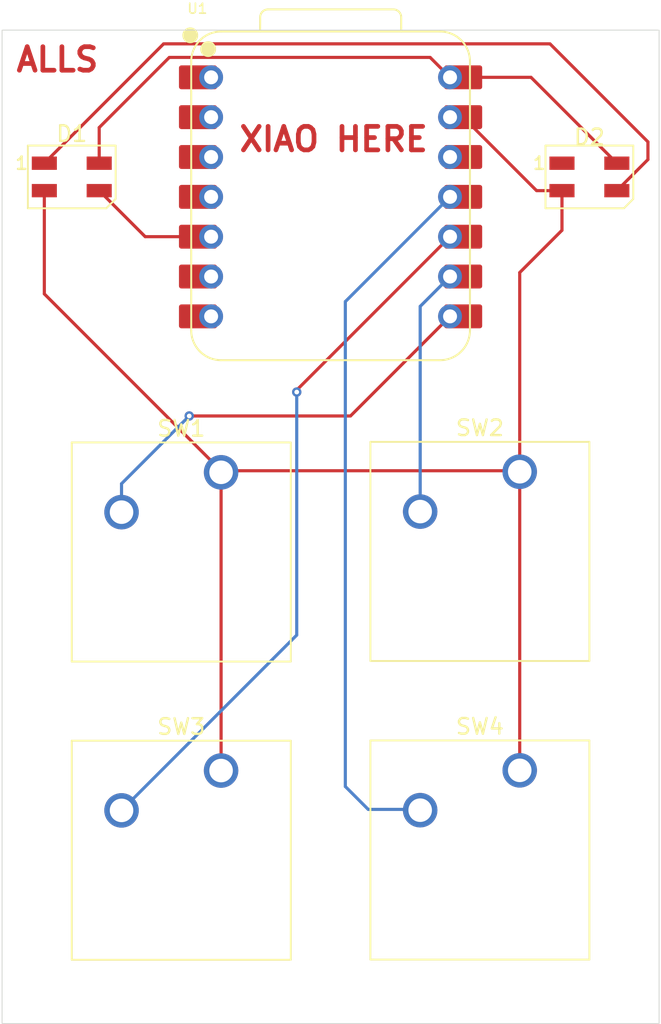
<source format=kicad_pcb>
(kicad_pcb (version 20241229) (generator "pcbnew") (generator_version "9.0")
  (title_block (title "Hackpad") (date "2025-12-08") (rev "A"))
  (layers (0 "F.Cu" signal) (2 "B.Cu" signal) (13 "F.Paste" user) (15 "B.Paste" user) (5 "F.SilkS" user "F.Silkscreen") (7 "B.SilkS" user "B.Silkscreen") (1 "F.Mask" user) (3 "B.Mask" user) (25 "Edge.Cuts" user))
  (net 0 "")
  (net 1 "+5V")
  (net 2 "GND")
  (net 3 "Net-(D1-DIN)")
  (net 4 "Net-(D1-DOUT)")
  (net 6 "Net-(U1-GPIO1{slash}RX)")
  (net 7 "Net-(U1-GPIO2{slash}SCK)")
  (net 8 "Net-(U1-GPIO4{slash}MISO)")
  (net 9 "Net-(U1-GPIO3{slash}MOSI)")
  (footprint "Button_Switch_Keyboard:SW_Cherry_MX_1.00u_PCB" (layer "F.Cu") (at 163.83 115.62)
    (property "Reference" "SW4" (at -2.54 -2.794 0) (layer "F.SilkS"))
    (property "Value" "SW_Push")
    (fp_line (start -9.525 -1.905) (end 4.445 -1.905) (stroke (width 0.12)) (layer "F.SilkS"))
    (fp_line (start -9.525 12.065) (end -9.525 -1.905) (stroke (width 0.12)) (layer "F.SilkS"))
    (fp_line (start 4.445 -1.905) (end 4.445 12.065) (stroke (width 0.12)) (layer "F.SilkS"))
    (fp_line (start 4.445 12.065) (end -9.525 12.065) (stroke (width 0.12)) (layer "F.SilkS"))
    (pad "" np_thru_hole circle (at -7.62 5.08) (size 1.7 1.7) (drill 1.7) (layers "*.Cu" "*.Mask"))
    (pad "" np_thru_hole circle (at -2.54 5.08) (size 4 4) (drill 4) (layers "*.Cu" "*.Mask"))
    (pad "" np_thru_hole circle (at 2.54 5.08) (size 1.7 1.7) (drill 1.7) (layers "*.Cu" "*.Mask"))
    (pad "1" thru_hole circle (at 0 0) (size 2.2 2.2) (drill 1.5) (layers "*.Cu" "*.Mask") (net 2 "GND"))
    (pad "2" thru_hole circle (at -6.35 2.54) (size 2.2 2.2) (drill 1.5) (layers "*.Cu" "*.Mask") (net 9 "Net-(U1-GPIO3{slash}MOSI)"))
  )
  (footprint "LED_SMD:LED_SK6812MINI_PLCC4_3.5x3.5mm_P1.75mm" (layer "F.Cu") (at 135.255 77.7875)
    (property "Reference" "D1" (at 0 -2.75 0) (layer "F.SilkS"))
    (property "Value" "SK6812MINI")
    (fp_line (start -2.8 -2) (end -2.8 2) (stroke (width 0.12)) (layer "F.SilkS"))
    (fp_line (start -2.8 -2) (end 2.8 -2) (stroke (width 0.12)) (layer "F.SilkS"))
    (fp_line (start -2.8 2) (end 2.2 2) (stroke (width 0.12)) (layer "F.SilkS"))
    (fp_line (start 2.8 1.4) (end 2.2 2) (stroke (width 0.12)) (layer "F.SilkS"))
    (fp_line (start 2.8 1.4) (end 2.8 -2) (stroke (width 0.12)) (layer "F.SilkS"))
    (fp_text user "1" (at -3.2 -0.875 0) (layer "F.SilkS") (effects (font (size 0.8 0.8))))
    (pad "1" smd rect (at -1.75 -0.875) (size 1.6 0.85) (layers "F.Cu" "F.Mask" "F.Paste") (net 4 "Net-(D1-DOUT)"))
    (pad "2" smd rect (at -1.75 0.875) (size 1.6 0.85) (layers "F.Cu" "F.Mask" "F.Paste") (net 2 "GND"))
    (pad "3" smd rect (at 1.75 0.875) (size 1.6 0.85) (layers "F.Cu" "F.Mask" "F.Paste") (net 3 "Net-(D1-DIN)"))
    (pad "4" smd rect (at 1.75 -0.875) (size 1.6 0.85) (layers "F.Cu" "F.Mask" "F.Paste") (net 1 "+5V"))
  )
  (footprint "Button_Switch_Keyboard:SW_Cherry_MX_1.00u_PCB" (layer "F.Cu") (at 163.83 96.5835)
    (property "Reference" "SW2" (at -2.54 -2.794 0) (layer "F.SilkS"))
    (property "Value" "SW_Push")
    (fp_line (start -9.525 -1.905) (end 4.445 -1.905) (stroke (width 0.12)) (layer "F.SilkS"))
    (fp_line (start -9.525 12.065) (end -9.525 -1.905) (stroke (width 0.12)) (layer "F.SilkS"))
    (fp_line (start 4.445 -1.905) (end 4.445 12.065) (stroke (width 0.12)) (layer "F.SilkS"))
    (fp_line (start 4.445 12.065) (end -9.525 12.065) (stroke (width 0.12)) (layer "F.SilkS"))
    (pad "" np_thru_hole circle (at -7.62 5.08) (size 1.7 1.7) (drill 1.7) (layers "*.Cu" "*.Mask"))
    (pad "" np_thru_hole circle (at -2.54 5.08) (size 4 4) (drill 4) (layers "*.Cu" "*.Mask"))
    (pad "" np_thru_hole circle (at 2.54 5.08) (size 1.7 1.7) (drill 1.7) (layers "*.Cu" "*.Mask"))
    (pad "1" thru_hole circle (at 0 0) (size 2.2 2.2) (drill 1.5) (layers "*.Cu" "*.Mask") (net 2 "GND"))
    (pad "2" thru_hole circle (at -6.35 2.54) (size 2.2 2.2) (drill 1.5) (layers "*.Cu" "*.Mask") (net 7 "Net-(U1-GPIO2{slash}SCK)"))
  )
  (footprint "OPL:XIAO-RP2040-DIP" (layer "F.Cu") (at 151.765 79.0575)
    (property "Reference" "U1" (at -8.5 -12 0) (layer "F.SilkS") (effects (font (size 0.635 0.635) (thickness 0.1016))))
    (property "Value" "XIAO-RP2040-DIP")
    (fp_line (start -8.89 8.509) (end -8.89 -8.636) (stroke (width 0.127)) (layer "F.SilkS"))
    (fp_line (start -6.985 10.414) (end 6.985 10.414) (stroke (width 0.127)) (layer "F.SilkS"))
    (fp_line (start -4.495 -10.541) (end -4.491272 -11.451272) (stroke (width 0.127)) (layer "F.SilkS"))
    (fp_line (start -3.991272 -11.951) (end 4.004 -11.951) (stroke (width 0.127)) (layer "F.SilkS"))
    (fp_line (start 4.504 -11.451) (end 4.504 -10.541) (stroke (width 0.127)) (layer "F.SilkS"))
    (fp_line (start 6.985 -10.541) (end -6.985 -10.541) (stroke (width 0.1)) (layer "F.SilkS"))
    (fp_line (start 6.985 -10.541) (end -6.985 -10.541) (stroke (width 0.127)) (layer "F.SilkS"))
    (fp_line (start 8.89 8.509) (end 8.89 -8.636) (stroke (width 0.127)) (layer "F.SilkS"))
    (fp_arc (start -8.89 -8.636) (mid -8.332038 -9.983038) (end -6.985 -10.541) (stroke (width 0.127)) (layer "F.SilkS"))
    (fp_arc (start -6.985 10.414) (mid -8.332038 9.856038) (end -8.89 8.509) (stroke (width 0.127)) (layer "F.SilkS"))
    (fp_arc (start -4.491272 -11.451272) (mid -4.344728 -11.80464) (end -3.991272 -11.951) (stroke (width 0.127)) (layer "F.SilkS"))
    (fp_arc (start 4.004 -11.951) (mid 4.357553 -11.804553) (end 4.504 -11.451) (stroke (width 0.127)) (layer "F.SilkS"))
    (fp_arc (start 6.985 -10.541) (mid 8.332038 -9.983038) (end 8.89 -8.636) (stroke (width 0.127)) (layer "F.SilkS"))
    (fp_arc (start 8.89 8.509) (mid 8.332038 9.856038) (end 6.985 10.414) (stroke (width 0.127)) (layer "F.SilkS"))
    (fp_circle (center -8.95 -10.3) (end -8.95 -10.554) (stroke (width 0.5)) (fill yes) (layer "F.SilkS"))
    (fp_circle (center -7.807 -9.42) (end -7.807 -9.674) (stroke (width 0.5)) (fill yes) (layer "F.SilkS"))
    (pad "1" smd roundrect (at -8.455 -7.62 180) (size 2.432 1.524) (layers "F.Cu" "F.Mask") (roundrect_rratio 0.1))
    (pad "1" thru_hole circle (at -7.62 -7.62 180) (size 1.524 1.524) (drill 0.889) (layers "*.Cu" "*.Mask"))
    (pad "2" smd roundrect (at -8.455 -5.08 180) (size 2.432 1.524) (layers "F.Cu" "F.Mask") (roundrect_rratio 0.1))
    (pad "2" thru_hole circle (at -7.62 -5.08 180) (size 1.524 1.524) (drill 0.889) (layers "*.Cu" "*.Mask"))
    (pad "3" smd roundrect (at -8.455 -2.54 180) (size 2.432 1.524) (layers "F.Cu" "F.Mask") (roundrect_rratio 0.1))
    (pad "3" thru_hole circle (at -7.62 -2.54 180) (size 1.524 1.524) (drill 0.889) (layers "*.Cu" "*.Mask"))
    (pad "4" smd roundrect (at -8.455 0 180) (size 2.432 1.524) (layers "F.Cu" "F.Mask") (roundrect_rratio 0.1))
    (pad "4" thru_hole circle (at -7.62 0 180) (size 1.524 1.524) (drill 0.889) (layers "*.Cu" "*.Mask"))
    (pad "5" smd roundrect (at -8.455 2.54 180) (size 2.432 1.524) (layers "F.Cu" "F.Mask") (roundrect_rratio 0.1) (net 3 "Net-(D1-DIN)"))
    (pad "5" thru_hole circle (at -7.62 2.54 180) (size 1.524 1.524) (drill 0.889) (layers "*.Cu" "*.Mask") (net 3 "Net-(D1-DIN)"))
    (pad "6" smd roundrect (at -8.455 5.08 180) (size 2.432 1.524) (layers "F.Cu" "F.Mask") (roundrect_rratio 0.1))
    (pad "6" thru_hole circle (at -7.62 5.08 180) (size 1.524 1.524) (drill 0.889) (layers "*.Cu" "*.Mask"))
    (pad "7" smd roundrect (at -8.455 7.62 180) (size 2.432 1.524) (layers "F.Cu" "F.Mask") (roundrect_rratio 0.1))
    (pad "7" thru_hole circle (at -7.62 7.62 180) (size 1.524 1.524) (drill 0.889) (layers "*.Cu" "*.Mask"))
    (pad "8" thru_hole circle (at 7.62 7.62) (size 1.524 1.524) (drill 0.889) (layers "*.Cu" "*.Mask") (net 6 "Net-(U1-GPIO1{slash}RX)"))
    (pad "8" smd roundrect (at 8.455 7.62) (size 2.432 1.524) (layers "F.Cu" "F.Mask") (roundrect_rratio 0.1) (net 6 "Net-(U1-GPIO1{slash}RX)"))
    (pad "9" thru_hole circle (at 7.62 5.08) (size 1.524 1.524) (drill 0.889) (layers "*.Cu" "*.Mask") (net 7 "Net-(U1-GPIO2{slash}SCK)"))
    (pad "9" smd roundrect (at 8.455 5.08) (size 2.432 1.524) (layers "F.Cu" "F.Mask") (roundrect_rratio 0.1) (net 7 "Net-(U1-GPIO2{slash}SCK)"))
    (pad "10" thru_hole circle (at 7.62 2.54) (size 1.524 1.524) (drill 0.889) (layers "*.Cu" "*.Mask") (net 8 "Net-(U1-GPIO4{slash}MISO)"))
    (pad "10" smd roundrect (at 8.455 2.54) (size 2.432 1.524) (layers "F.Cu" "F.Mask") (roundrect_rratio 0.1) (net 8 "Net-(U1-GPIO4{slash}MISO)"))
    (pad "11" thru_hole circle (at 7.62 0) (size 1.524 1.524) (drill 0.889) (layers "*.Cu" "*.Mask") (net 9 "Net-(U1-GPIO3{slash}MOSI)"))
    (pad "11" smd roundrect (at 8.455 0) (size 2.432 1.524) (layers "F.Cu" "F.Mask") (roundrect_rratio 0.1) (net 9 "Net-(U1-GPIO3{slash}MOSI)"))
    (pad "12" thru_hole circle (at 7.62 -2.54) (size 1.524 1.524) (drill 0.889) (layers "*.Cu" "*.Mask"))
    (pad "12" smd roundrect (at 8.455 -2.54) (size 2.432 1.524) (layers "F.Cu" "F.Mask") (roundrect_rratio 0.1))
    (pad "13" thru_hole circle (at 7.62 -5.08) (size 1.524 1.524) (drill 0.889) (layers "*.Cu" "*.Mask") (net 2 "GND"))
    (pad "13" smd roundrect (at 8.455 -5.08) (size 2.432 1.524) (layers "F.Cu" "F.Mask") (roundrect_rratio 0.1) (net 2 "GND"))
    (pad "14" thru_hole circle (at 7.62 -7.62) (size 1.524 1.524) (drill 0.889) (layers "*.Cu" "*.Mask") (net 1 "+5V"))
    (pad "14" smd roundrect (at 8.455 -7.62) (size 2.432 1.524) (layers "F.Cu" "F.Mask") (roundrect_rratio 0.1) (net 1 "+5V"))
  )
  (footprint "Button_Switch_Keyboard:SW_Cherry_MX_1.00u_PCB" (layer "F.Cu") (at 144.78 96.62)
    (property "Reference" "SW1" (at -2.54 -2.794 0) (layer "F.SilkS"))
    (property "Value" "SW_Push")
    (fp_line (start -9.525 -1.905) (end 4.445 -1.905) (stroke (width 0.12)) (layer "F.SilkS"))
    (fp_line (start -9.525 12.065) (end -9.525 -1.905) (stroke (width 0.12)) (layer "F.SilkS"))
    (fp_line (start 4.445 -1.905) (end 4.445 12.065) (stroke (width 0.12)) (layer "F.SilkS"))
    (fp_line (start 4.445 12.065) (end -9.525 12.065) (stroke (width 0.12)) (layer "F.SilkS"))
    (pad "" np_thru_hole circle (at -7.62 5.08) (size 1.7 1.7) (drill 1.7) (layers "*.Cu" "*.Mask"))
    (pad "" np_thru_hole circle (at -2.54 5.08) (size 4 4) (drill 4) (layers "*.Cu" "*.Mask"))
    (pad "" np_thru_hole circle (at 2.54 5.08) (size 1.7 1.7) (drill 1.7) (layers "*.Cu" "*.Mask"))
    (pad "1" thru_hole circle (at 0 0) (size 2.2 2.2) (drill 1.5) (layers "*.Cu" "*.Mask") (net 2 "GND"))
    (pad "2" thru_hole circle (at -6.35 2.54) (size 2.2 2.2) (drill 1.5) (layers "*.Cu" "*.Mask") (net 6 "Net-(U1-GPIO1{slash}RX)"))
  )
  (footprint "Button_Switch_Keyboard:SW_Cherry_MX_1.00u_PCB" (layer "F.Cu") (at 144.78 115.6335)
    (property "Reference" "SW3" (at -2.54 -2.794 0) (layer "F.SilkS"))
    (property "Value" "SW_Push")
    (fp_line (start -9.525 -1.905) (end 4.445 -1.905) (stroke (width 0.12)) (layer "F.SilkS"))
    (fp_line (start -9.525 12.065) (end -9.525 -1.905) (stroke (width 0.12)) (layer "F.SilkS"))
    (fp_line (start 4.445 -1.905) (end 4.445 12.065) (stroke (width 0.12)) (layer "F.SilkS"))
    (fp_line (start 4.445 12.065) (end -9.525 12.065) (stroke (width 0.12)) (layer "F.SilkS"))
    (pad "" np_thru_hole circle (at -7.62 5.08) (size 1.7 1.7) (drill 1.7) (layers "*.Cu" "*.Mask"))
    (pad "" np_thru_hole circle (at -2.54 5.08) (size 4 4) (drill 4) (layers "*.Cu" "*.Mask"))
    (pad "" np_thru_hole circle (at 2.54 5.08) (size 1.7 1.7) (drill 1.7) (layers "*.Cu" "*.Mask"))
    (pad "1" thru_hole circle (at 0 0) (size 2.2 2.2) (drill 1.5) (layers "*.Cu" "*.Mask") (net 2 "GND"))
    (pad "2" thru_hole circle (at -6.35 2.54) (size 2.2 2.2) (drill 1.5) (layers "*.Cu" "*.Mask") (net 8 "Net-(U1-GPIO4{slash}MISO)"))
  )
  (footprint "LED_SMD:LED_SK6812MINI_PLCC4_3.5x3.5mm_P1.75mm" (layer "F.Cu") (at 168.275 77.7875)
    (property "Reference" "D2" (at 0 -2.54 0) (layer "F.SilkS"))
    (property "Value" "SK6812MINI")
    (fp_line (start -2.8 -2) (end -2.8 2) (stroke (width 0.12)) (layer "F.SilkS"))
    (fp_line (start -2.8 -2) (end 2.8 -2) (stroke (width 0.12)) (layer "F.SilkS"))
    (fp_line (start -2.8 2) (end 2.2 2) (stroke (width 0.12)) (layer "F.SilkS"))
    (fp_line (start 2.8 1.4) (end 2.2 2) (stroke (width 0.12)) (layer "F.SilkS"))
    (fp_line (start 2.8 1.4) (end 2.8 -2) (stroke (width 0.12)) (layer "F.SilkS"))
    (fp_text user "1" (at -3.2 -0.875 0) (layer "F.SilkS") (effects (font (size 0.8 0.8))))
    (pad "1" smd rect (at -1.75 -0.875) (size 1.6 0.85) (layers "F.Cu" "F.Mask" "F.Paste"))
    (pad "2" smd rect (at -1.75 0.875) (size 1.6 0.85) (layers "F.Cu" "F.Mask" "F.Paste") (net 2 "GND"))
    (pad "3" smd rect (at 1.75 0.875) (size 1.6 0.85) (layers "F.Cu" "F.Mask" "F.Paste") (net 4 "Net-(D1-DOUT)"))
    (pad "4" smd rect (at 1.75 -0.875) (size 1.6 0.85) (layers "F.Cu" "F.Mask" "F.Paste") (net 1 "+5V"))
  )
  (gr_rect (start 130.81 68.4265) (end 172.72 131.7625) (stroke (width 0.05)) (fill no) (layer "Edge.Cuts"))
  (gr_text "XIAO HERE" (at 145.796 76.2635 0) (layer "F.Cu") (effects (font (size 1.5 1.5) (thickness 0.3) (bold yes)) (justify left bottom)))
  (gr_text "ALLS" (at 131.572 71.1835 0) (layer "F.Cu") (effects (font (size 1.5 1.5) (thickness 0.3) (bold yes)) (justify left bottom)))
  (segment (start 160.22 71.4375) (end 164.55 71.4375) (width 0.2) (layer "F.Cu") (net 1))
  (segment (start 141.478 70.1675) (end 158.115 70.1675) (width 0.2) (layer "F.Cu") (net 1))
  (segment (start 137.005 74.6405) (end 141.478 70.1675) (width 0.2) (layer "F.Cu") (net 1))
  (segment (start 164.55 71.4375) (end 170.025 76.9125) (width 0.2) (layer "F.Cu") (net 1))
  (segment (start 137.005 76.9125) (end 137.005 74.6405) (width 0.2) (layer "F.Cu") (net 1))
  (segment (start 158.115 70.1675) (end 159.385 71.4375) (width 0.2) (layer "F.Cu") (net 1))
  (segment (start 164.905 78.6625) (end 160.22 73.9775) (width 0.2) (layer "F.Cu") (net 2))
  (segment (start 163.83 96.52) (end 163.83 115.57) (width 0.2) (layer "F.Cu") (net 2))
  (segment (start 144.78 96.52) (end 133.505 85.245) (width 0.2) (layer "F.Cu") (net 2))
  (segment (start 166.525 81.1885) (end 166.525 78.6625) (width 0.2) (layer "F.Cu") (net 2))
  (segment (start 163.83 96.5835) (end 163.83 83.8835) (width 0.2) (layer "F.Cu") (net 2))
  (segment (start 163.83 83.8835) (end 166.525 81.1885) (width 0.2) (layer "F.Cu") (net 2))
  (segment (start 133.505 85.245) (end 133.505 78.6625) (width 0.2) (layer "F.Cu") (net 2))
  (segment (start 166.525 78.6625) (end 164.905 78.6625) (width 0.2) (layer "F.Cu") (net 2))
  (segment (start 144.78 115.57) (end 144.78 96.52) (width 0.2) (layer "F.Cu") (net 2))
  (segment (start 144.78 96.52) (end 163.83 96.52) (width 0.2) (layer "F.Cu") (net 2))
  (segment (start 139.94 81.5975) (end 137.005 78.6625) (width 0.2) (layer "F.Cu") (net 3))
  (segment (start 143.31 81.5975) (end 139.94 81.5975) (width 0.2) (layer "F.Cu") (net 3))
  (segment (start 172.0088 75.5523) (end 165.7604 69.3039) (width 0.2) (layer "F.Cu") (net 4))
  (segment (start 141.1136 69.3039) (end 133.505 76.9125) (width 0.2) (layer "F.Cu") (net 4))
  (segment (start 172.0088 76.6787) (end 172.0088 75.5523) (width 0.2) (layer "F.Cu") (net 4))
  (segment (start 170.025 78.6625) (end 172.0088 76.6787) (width 0.2) (layer "F.Cu") (net 4))
  (segment (start 165.7604 69.3039) (end 141.1136 69.3039) (width 0.2) (layer "F.Cu") (net 4))
  (segment (start 142.748 93.0275) (end 153.035 93.0275) (width 0.2) (layer "F.Cu") (net 6))
  (segment (start 153.035 93.0275) (end 159.385 86.6775) (width 0.2) (layer "F.Cu") (net 6))
  (via (at 142.748 93.0275) (size 0.6) (drill 0.3) (layers "F.Cu" "B.Cu") (net 6))
  (segment (start 138.43 97.3455) (end 142.748 93.0275) (width 0.2) (layer "B.Cu") (net 6))
  (segment (start 138.43 99.06) (end 138.43 97.3455) (width 0.2) (layer "B.Cu") (net 6))
  (segment (start 157.48 99.1235) (end 157.48 86.0425) (width 0.2) (layer "B.Cu") (net 7))
  (segment (start 157.48 86.0425) (end 159.385 84.1375) (width 0.2) (layer "B.Cu") (net 7))
  (segment (start 149.606 91.3765) (end 159.385 81.5975) (width 0.2) (layer "F.Cu") (net 8))
  (segment (start 149.606 91.5035) (end 149.606 91.3765) (width 0.2) (layer "F.Cu") (net 8))
  (via (at 149.606 91.5035) (size 0.6) (drill 0.3) (layers "F.Cu" "B.Cu") (net 8))
  (segment (start 138.43 118.1735) (end 149.606 106.9975) (width 0.2) (layer "B.Cu") (net 8))
  (segment (start 149.606 106.9975) (end 149.606 91.5035) (width 0.2) (layer "B.Cu") (net 8))
  (segment (start 152.7048 85.7377) (end 152.7048 116.6495) (width 0.2) (layer "B.Cu") (net 9))
  (segment (start 152.7048 116.6495) (end 154.1653 118.11) (width 0.2) (layer "B.Cu") (net 9))
  (segment (start 154.1653 118.11) (end 157.48 118.11) (width 0.2) (layer "B.Cu") (net 9))
  (segment (start 159.385 79.0575) (end 152.7048 85.7377) (width 0.2) (layer "B.Cu") (net 9))
)
</source>
